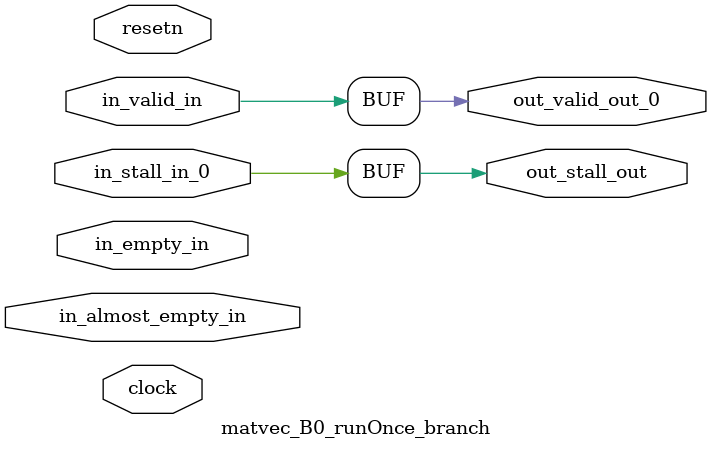
<source format=sv>



(* altera_attribute = "-name AUTO_SHIFT_REGISTER_RECOGNITION OFF; -name MESSAGE_DISABLE 10036; -name MESSAGE_DISABLE 10037; -name MESSAGE_DISABLE 14130; -name MESSAGE_DISABLE 14320; -name MESSAGE_DISABLE 15400; -name MESSAGE_DISABLE 14130; -name MESSAGE_DISABLE 10036; -name MESSAGE_DISABLE 12020; -name MESSAGE_DISABLE 12030; -name MESSAGE_DISABLE 12010; -name MESSAGE_DISABLE 12110; -name MESSAGE_DISABLE 14320; -name MESSAGE_DISABLE 13410; -name MESSAGE_DISABLE 113007; -name MESSAGE_DISABLE 10958" *)
module matvec_B0_runOnce_branch (
    input wire [0:0] in_almost_empty_in,
    input wire [0:0] in_empty_in,
    input wire [0:0] in_stall_in_0,
    input wire [0:0] in_valid_in,
    output wire [0:0] out_stall_out,
    output wire [0:0] out_valid_out_0,
    input wire clock,
    input wire resetn
    );

    reg [0:0] rst_sync_rst_sclrn;


    // out_stall_out(GPOUT,6)
    assign out_stall_out = in_stall_in_0;

    // out_valid_out_0(GPOUT,7)
    assign out_valid_out_0 = in_valid_in;

    // rst_sync(RESETSYNC,8)
    acl_reset_handler #(
        .ASYNC_RESET(0),
        .USE_SYNCHRONIZER(1),
        .PULSE_EXTENSION(0),
        .PIPE_DEPTH(3),
        .DUPLICATE(1)
    ) therst_sync (
        .clk(clock),
        .i_resetn(resetn),
        .o_sclrn(rst_sync_rst_sclrn)
    );

endmodule

</source>
